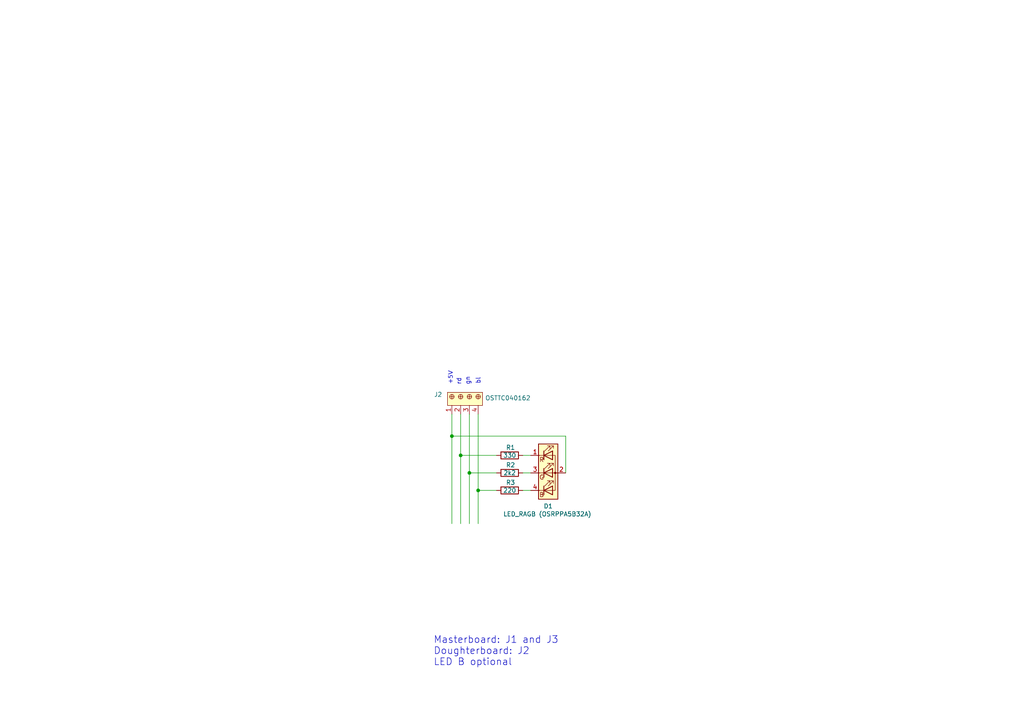
<source format=kicad_sch>
(kicad_sch (version 20231120) (generator "eeschema") (generator_version "8.0")
  (paper "A4")
  (title_block (title "home2l led-carrier") (date "2023-02-27") (rev "1.2") (company "axel.rau@chaos1.de") (comment 1 "Project: github.com/mc3/home2l") (comment 2 "Board with control LEDs for 1 light circuit") (comment 3 "Board mechanically attaches to Gira 0151 push button") (comment 4 "Works together with MiniLight 1.2 board"))
  (lib_symbols
    (symbol "Device:LED_RAGB" (pin_names (offset 0) hide)
      (property "Reference" "D" (at 0 9.398 0))
      (property "Value" "LED_RAGB" (at 0 -8.89 0))
      (symbol "LED_RAGB_0_0"
        (text "B" (at -1.905 -6.35 0) (effects (font (size 1.27 1.27))))
        (text "G" (at -1.905 -1.27 0) (effects (font (size 1.27 1.27))))
        (text "R" (at -1.905 3.81 0) (effects (font (size 1.27 1.27))))
      )
      (symbol "LED_RAGB_0_1"
        (polyline (pts (xy -1.27 -5.08) (xy -2.54 -5.08)))
        (polyline (pts (xy -1.27 -5.08) (xy 1.27 -5.08)))
        (polyline (pts (xy -1.27 -3.81) (xy -1.27 -6.35)) (stroke (width 0.254)))
        (polyline (pts (xy -1.27 0) (xy -2.54 0)))
        (polyline (pts (xy -1.27 1.27) (xy -1.27 -1.27)) (stroke (width 0.254)))
        (polyline (pts (xy -1.27 5.08) (xy -2.54 5.08)))
        (polyline (pts (xy -1.27 5.08) (xy 1.27 5.08)))
        (polyline (pts (xy -1.27 6.35) (xy -1.27 3.81)) (stroke (width 0.254)))
        (polyline (pts (xy 1.27 0) (xy -1.27 0)))
        (polyline (pts (xy 1.27 0) (xy 2.54 0)))
        (polyline (pts (xy -1.27 1.27) (xy -1.27 -1.27) (xy -1.27 -1.27)))
        (polyline (pts (xy -1.27 6.35) (xy -1.27 3.81) (xy -1.27 3.81)))
        (polyline (pts (xy 1.27 -5.08) (xy 2.032 -5.08) (xy 2.032 5.08) (xy 1.27 5.08)))
        (polyline (pts (xy 1.27 -3.81) (xy 1.27 -6.35) (xy -1.27 -5.08) (xy 1.27 -3.81)) (stroke (width 0.254)))
        (polyline (pts (xy 1.27 1.27) (xy 1.27 -1.27) (xy -1.27 0) (xy 1.27 1.27)) (stroke (width 0.254)))
        (polyline (pts (xy 1.27 6.35) (xy 1.27 3.81) (xy -1.27 5.08) (xy 1.27 6.35)) (stroke (width 0.254)))
        (polyline (pts (xy -1.016 -3.81) (xy 0.508 -2.286) (xy -0.254 -2.286) (xy 0.508 -2.286) (xy 0.508 -3.048)))
        (polyline (pts (xy -1.016 1.27) (xy 0.508 2.794) (xy -0.254 2.794) (xy 0.508 2.794) (xy 0.508 2.032)))
        (polyline (pts (xy -1.016 6.35) (xy 0.508 7.874) (xy -0.254 7.874) (xy 0.508 7.874) (xy 0.508 7.112)))
        (polyline (pts (xy 0 -3.81) (xy 1.524 -2.286) (xy 0.762 -2.286) (xy 1.524 -2.286) (xy 1.524 -3.048)))
        (polyline (pts (xy 0 1.27) (xy 1.524 2.794) (xy 0.762 2.794) (xy 1.524 2.794) (xy 1.524 2.032)))
        (polyline (pts (xy 0 6.35) (xy 1.524 7.874) (xy 0.762 7.874) (xy 1.524 7.874) (xy 1.524 7.112)))
        (rectangle (start 1.27 -1.27) (end 1.27 1.27))
        (rectangle (start 1.27 1.27) (end 1.27 1.27))
        (rectangle (start 1.27 3.81) (end 1.27 6.35))
        (rectangle (start 1.27 6.35) (end 1.27 6.35))
        (circle (center 2.032 0) (radius 0.254) (fill (type outline)))
        (rectangle (start 2.794 8.382) (end -2.794 -7.62) (stroke (width 0.254)) (fill (type background)))
      )
      (symbol "LED_RAGB_1_1"
        (pin passive line (at -5.08 5.08 0) (length 2.54) (name "RK") (number "1"))
        (pin passive line (at 5.08 0 180) (length 2.54) (name "A") (number "2"))
        (pin passive line (at -5.08 0 0) (length 2.54) (name "GK") (number "3"))
        (pin passive line (at -5.08 -5.08 0) (length 2.54) (name "BK") (number "4"))
      )
    )
    (symbol "Device:R" (pin_numbers hide) (pin_names (offset 0))
      (property "Reference" "R" (at 2.032 0 90))
      (property "Value" "R" (at 0 0 90))
      (symbol "R_0_1"
        (rectangle (start -1.016 -2.54) (end 1.016 2.54) (stroke (width 0.254)))
      )
      (symbol "R_1_1"
        (pin passive line (at 0 3.81 270) (length 1.27) (name "~") (number "1"))
        (pin passive line (at 0 -3.81 90) (length 1.27) (name "~") (number "2"))
      )
    )
    (symbol "dk_Terminal-Blocks-Wire-to-Board:OSTTC040162" (pin_names (offset 1.016))
      (property "Reference" "J" (at -2.54 -1.27 0))
      (property "Value" "OSTTC040162" (at 3.81 -5.08 0))
      (symbol "OSTTC040162_1_1"
        (rectangle (start -1.27 0) (end 8.89 -3.81) (fill (type background)))
        (circle (center 0 -2.54) (radius 0.635))
        (polyline (pts (xy 0 -1.905) (xy 0 -3.175)))
        (polyline (pts (xy 0.635 -2.54) (xy -0.635 -2.54)))
        (polyline (pts (xy 1.905 -2.54) (xy 3.175 -2.54)))
        (polyline (pts (xy 2.54 -1.905) (xy 2.54 -3.175)))
        (polyline (pts (xy 5.08 -1.905) (xy 5.08 -3.175)))
        (polyline (pts (xy 5.715 -2.54) (xy 4.445 -2.54)))
        (polyline (pts (xy 6.985 -2.54) (xy 8.255 -2.54)))
        (polyline (pts (xy 7.62 -1.905) (xy 7.62 -3.175)))
        (circle (center 2.54 -2.54) (radius 0.635))
        (circle (center 5.08 -2.54) (radius 0.635))
        (circle (center 7.62 -2.54) (radius 0.635))
        (pin passive line (at 0 2.54 270) (length 2.54) (name "~") (number "1"))
        (pin passive line (at 2.54 2.54 270) (length 2.54) (name "~") (number "2"))
        (pin passive line (at 5.08 2.54 270) (length 2.54) (name "~") (number "3"))
        (pin passive line (at 7.62 2.54 270) (length 2.54) (name "~") (number "4"))
      )
    )
  )
  (junction (at 131.064 126.492))
  (junction (at 136.144 137.16))
  (junction (at 133.604 132.08))
  (junction (at 138.684 142.24))
  (wire (pts (xy 131.064 120.142) (xy 131.064 126.492)))
  (wire (pts (xy 133.604 120.142) (xy 133.604 132.08)))
  (wire (pts (xy 151.638 142.24) (xy 153.924 142.24)))
  (wire (pts (xy 144.018 142.24) (xy 138.684 142.24)))
  (wire (pts (xy 164.084 137.16) (xy 164.084 126.492)))
  (wire (pts (xy 164.084 126.492) (xy 131.064 126.492)))
  (wire (pts (xy 133.604 132.08) (xy 144.018 132.08)))
  (wire (pts (xy 136.144 137.16) (xy 136.144 151.892)))
  (wire (pts (xy 133.604 132.08) (xy 133.604 151.892)))
  (wire (pts (xy 136.144 120.142) (xy 136.144 137.16)))
  (wire (pts (xy 144.018 137.16) (xy 136.144 137.16)))
  (wire (pts (xy 138.684 120.142) (xy 138.684 142.24)))
  (wire (pts (xy 131.064 126.492) (xy 131.064 151.892)))
  (wire (pts (xy 151.638 132.08) (xy 153.924 132.08)))
  (wire (pts (xy 138.684 142.24) (xy 138.684 151.892)))
  (wire (pts (xy 151.638 137.16) (xy 153.924 137.16)))
  (text "gn" (at 136.398 111.76 90) (effects (font (size 1.27 1.27)) (justify left bottom)))
  (text "+5V" (at 131.826 111.506 90) (effects (font (size 1.27 1.27)) (justify left bottom)))
  (text "rd" (at 133.858 111.76 90) (effects (font (size 1.27 1.27)) (justify left bottom)))
  (text "Masterboard: J1 and J3\nDoughterboard: J2\nLED B optional" (at 125.73 193.294 0) (effects (font (size 2 2)) (justify left bottom)))
  (text "bl" (at 139.446 111.506 90) (effects (font (size 1.27 1.27)) (justify left bottom)))
  (symbol (lib_id "Device:R") (at 147.828 142.24 90) (unit 1)
    (property "Reference" "R3" (at 148.082 139.954 90))
    (property "Value" "220" (at 147.828 142.24 90))
    (property "Footprint" "Resistor_THT:R_Axial_DIN0204_L3.6mm_D1.6mm_P7.62mm_Horizontal" (effects (hide yes)))
  )
  (symbol (lib_id "Device:LED_RAGB") (at 159.004 137.16 0) (unit 1)
    (property "Reference" "D1" (at 159.004 146.812 0))
    (property "Value" "LED_RAGB (OSRPPA5B32A)" (at 158.75 149.098 0))
    (property "Footprint" "LED_THT:LED_D5.0mm-4_RGB_Wide_Pins" (effects (hide yes)))
  )
  (symbol (lib_id "dk_Terminal-Blocks-Wire-to-Board:OSTTC040162") (at 131.064 117.602 0) (mirror x) (unit 1)
    (property "Reference" "J2" (at 128.27 114.4269 0) (effects (justify right)))
    (property "Value" "OSTTC040162" (at 153.924 115.4429 0) (effects (justify right)))
    (property "Footprint" "digikey-footprints:Term_Block_1x4_P5mm" (effects (hide yes)))
    (property "Datasheet" "http://www.on-shore.com/wp-content/uploads/OSTTCXX0162.pdf" (effects (hide yes)))
    (property "Description" "TERM BLK 4POS SIDE ENTRY 5MM PCB" (effects (hide yes)))
    (property "Digi-Key_PN" "ED2602-ND" (effects (hide yes)))
    (property "MPN" "OSTTC040162" (effects (hide yes)))
    (property "Category" "Connectors, Interconnects" (effects (hide yes)))
    (property "Family" "Terminal Blocks - Wire to Board" (effects (hide yes)))
    (property "DK_Datasheet_Link" "http://www.on-shore.com/wp-content/uploads/OSTTCXX0162.pdf" (effects (hide yes)))
    (property "DK_Detail_Page" "/product-detail/en/on-shore-technology-inc/OSTTC040162/ED2602-ND/614551" (effects (hide yes)))
    (property "Manufacturer" "On Shore Technology Inc." (effects (hide yes)))
    (property "Status" "Active" (effects (hide yes)))
  )
  (symbol (lib_id "Device:R") (at 147.828 132.08 90) (unit 1)
    (property "Reference" "R1" (at 148.082 129.794 90))
    (property "Value" "330" (at 147.828 132.08 90))
    (property "Footprint" "Resistor_THT:R_Axial_DIN0204_L3.6mm_D1.6mm_P7.62mm_Horizontal" (effects (hide yes)))
  )
  (symbol (lib_id "Device:R") (at 147.828 137.16 90) (unit 1)
    (property "Reference" "R2" (at 148.082 134.874 90))
    (property "Value" "2k2" (at 147.828 137.16 90))
    (property "Footprint" "Resistor_THT:R_Axial_DIN0204_L3.6mm_D1.6mm_P7.62mm_Horizontal" (effects (hide yes)))
  )
)
</source>
